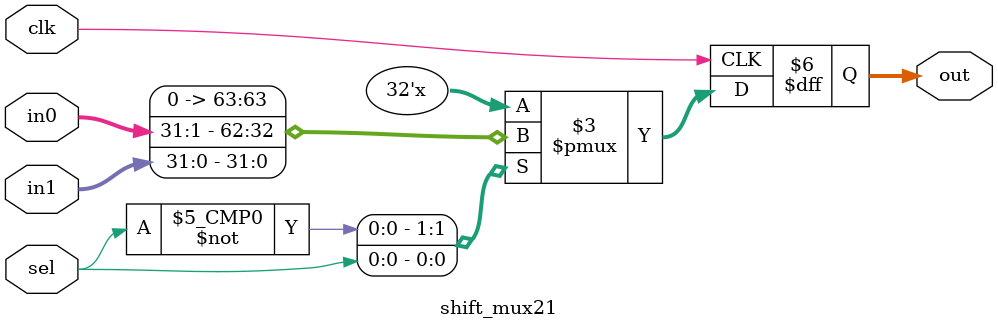
<source format=sv>
module shift_mux21(input logic [31:0] in0,in1,input logic sel,clk,output logic [31:0] out );

always_ff@(posedge clk) begin
 case(sel)
   0: out <= in0>>1;
   1: out <= in1;
endcase
end
endmodule

</source>
